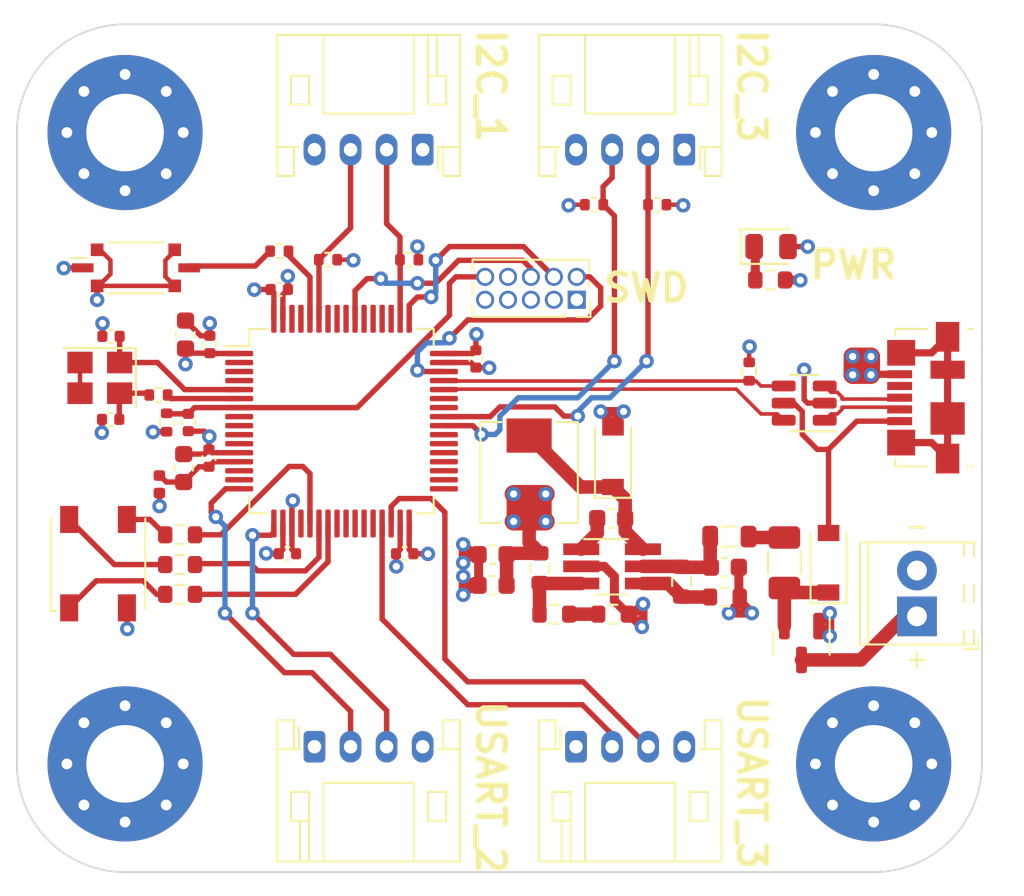
<source format=kicad_pcb>
(kicad_pcb (version 20211014) (generator pcbnew)
  (layers (0 "F.Cu" signal) (1 "In1.Cu" power) (2 "In2.Cu" power) (31 "B.Cu" signal) (34 "B.Paste" user) (35 "F.Paste" user) (36 "B.SilkS" user "B.Silkscreen") (37 "F.SilkS" user "F.Silkscreen") (38 "B.Mask" user) (39 "F.Mask" user) (44 "Edge.Cuts" user))
  (net 0 "")
  (net 1 "+3.3V")
  (net 2 "GND")
  (net 3 "+3.3VA")
  (net 4 "OSC_IN")
  (net 5 "Net-(C10-Pad2)")
  (net 6 "NRST")
  (net 7 "BC_SW")
  (net 8 "BC_BST")
  (net 9 "BC_IN")
  (net 10 "Net-(D1-Pad1)")
  (net 11 "Net-(D1-Pad3)")
  (net 12 "Net-(D1-Pad4)")
  (net 13 "Net-(D3-Pad1)")
  (net 14 "+5V")
  (net 15 "Net-(D4-Pad1)")
  (net 16 "+12V")
  (net 17 "Net-(F1-Pad2)")
  (net 18 "SWDIO")
  (net 19 "SWCLK")
  (net 20 "SWO")
  (net 23 "I2C1_SCL")
  (net 24 "I2C1_SDA")
  (net 25 "USART3_TX")
  (net 26 "USART3_RX")
  (net 27 "I2C3_SCL")
  (net 28 "I2C3_SDA")
  (net 29 "USART2_TX")
  (net 30 "USART2_RX")
  (net 32 "unconnected-(J7-Pad6)")
  (net 33 "Net-(R1-Pad1)")
  (net 34 "BOOT0")
  (net 35 "STATUS_LED_B")
  (net 36 "STATUS_LED_G")
  (net 37 "STATUS_LED_R")
  (net 38 "OSC_OUT")
  (net 39 "USB_D+")
  (net 40 "BC_EN")
  (net 41 "Net-(R15-Pad2)")
  (net 42 "Net-(R16-Pad2)")
  (net 67 "USB_D-")
  (net 77 "Net-(Y1-Pad2)")
  (net 78 "USB_D_CONN+")
  (net 79 "USB_D_CONN-")
  (footprint "Package_TO_SOT_SMD:TSOT-23-6_HandSoldering" (layer "F.Cu") (at 135 54.05)
    (fp_text reference "U3")
    (fp_text value "MP2359DJ")
  )
  (footprint "Resistor_SMD:R_0402_1005Metric" (layer "F.Cu") (at 137.5 34)
    (fp_text reference "R8")
    (fp_text value "2k2")
  )
  (footprint "Capacitor_SMD:C_0402_1005Metric" (layer "F.Cu") (at 107.2 45.9)
    (fp_text reference "C10")
    (fp_text value "12p")
  )
  (footprint "Capacitor_SMD:C_0402_1005Metric" (layer "F.Cu") (at 112.65 48.05 90)
    (fp_text reference "C5")
    (fp_text value "100n")
  )
  (footprint "Capacitor_SMD:C_0402_1005Metric" (layer "F.Cu") (at 116.55 38.7)
    (fp_text reference "C4")
    (fp_text value "100n")
  )
  (footprint "Capacitor_SMD:C_0402_1005Metric" (layer "F.Cu") (at 107.22 41.3 180)
    (fp_text reference "C8")
    (fp_text value "12p")
  )
  (footprint "LED_SMD:LED_0805_2012Metric" (layer "F.Cu") (at 143.814 36.322)
    (fp_text reference "D4")
    (fp_text value "GREEN")
  )
  (footprint "Inductor_SMD:L_Sunlord_MWSA0518_5.4x5.2mm" (layer "F.Cu") (at 130.4 48.85 -90)
    (fp_text reference "L2")
    (fp_text value "10u")
  )
  (footprint "MountingHole:MountingHole_4.3mm_M4_Pad_Via" (layer "F.Cu") (at 149.5 65)
    (fp_text reference "H1")
    (fp_text value "MountingHole_Pad")
  )
  (footprint "Resistor_SMD:R_0603_1608Metric" (layer "F.Cu") (at 143.764 38.172)
    (fp_text reference "R12")
    (fp_text value "1k5")
  )
  (footprint "Resistor_SMD:R_0402_1005Metric" (layer "F.Cu") (at 123.75 37.05)
    (fp_text reference "R3")
    (fp_text value "2k2")
  )
  (footprint "Resistor_SMD:R_0603_1608Metric" (layer "F.Cu") (at 135.05 56.7)
    (fp_text reference "R17")
    (fp_text value "270R")
  )
  (footprint "Capacitor_SMD:C_0603_1608Metric" (layer "F.Cu") (at 134.95 51.4 180)
    (fp_text reference "C12")
    (fp_text value "10n")
  )
  (footprint "Resistor_SMD:R_0603_1608Metric" (layer "F.Cu") (at 111.05 53.95 180)
    (fp_text reference "R5")
    (fp_text value "1k")
  )
  (footprint "Connector_JST:JST_PH_S4B-PH-K_1x04_P2.00mm_Horizontal" (layer "F.Cu") (at 124.5 30.95 180)
    (fp_text reference "J3")
    (fp_text value "Conn_01x04")
  )
  (footprint "Resistor_SMD:R_0402_1005Metric" (layer "F.Cu") (at 119.25 37.05)
    (fp_text reference "R2")
    (fp_text value "2k2")
  )
  (footprint "Resistor_SMD:R_0402_1005Metric" (layer "F.Cu") (at 116.55 36.576)
    (fp_text reference "R1")
    (fp_text value "10k")
  )
  (footprint "Resistor_SMD:R_0402_1005Metric" (layer "F.Cu") (at 109.85 44.55 180)
    (fp_text reference "R9")
    (fp_text value "R_Small")
  )
  (footprint "Crystal:Crystal_SMD_3225-4Pin_3.2x2.5mm" (layer "F.Cu") (at 106.6 43.6 180)
    (fp_text reference "Y1")
    (fp_text value "16MHz")
  )
  (footprint "Resistor_SMD:R_0402_1005Metric" (layer "F.Cu") (at 142.6 43.25 -90)
    (fp_text reference "R11")
    (fp_text value "1k5")
  )
  (footprint "Capacitor_SMD:C_0603_1608Metric" (layer "F.Cu") (at 111.35 41.2 90)
    (fp_text reference "C1")
    (fp_text value "10u")
  )
  (footprint "Capacitor_SMD:C_0603_1608Metric" (layer "F.Cu") (at 141.25 54.1)
    (fp_text reference "C15")
    (fp_text value "10u")
  )
  (footprint "Capacitor_SMD:C_0603_1608Metric" (layer "F.Cu") (at 128.375 53.4)
    (fp_text reference "C14")
    (fp_text value "10u")
  )
  (footprint "Capacitor_SMD:C_0402_1005Metric" (layer "F.Cu") (at 123.5 53.35 180)
    (fp_text reference "C2")
    (fp_text value "100n")
  )
  (footprint "Capacitor_SMD:C_0402_1005Metric" (layer "F.Cu") (at 111.505476 46.075057 -90)
    (fp_text reference "C11")
    (fp_text value "100n")
  )
  (footprint "Package_TO_SOT_SMD:SOT-23" (layer "F.Cu") (at 145.5 58.3 -90)
    (fp_text reference "Q1")
    (fp_text value "AO3401A")
  )
  (footprint "Resistor_SMD:R_0603_1608Metric" (layer "F.Cu") (at 131.8 56.7)
    (fp_text reference "R16")
    (fp_text value "15k")
  )
  (footprint "Connector_JST:JST_PH_S4B-PH-K_1x04_P2.00mm_Horizontal" (layer "F.Cu") (at 118.5 64.05)
    (fp_text reference "J6")
    (fp_text value "Conn_01x04")
  )
  (footprint "Package_QFP:LQFP-64_10x10mm_P0.5mm" (layer "F.Cu") (at 120 46)
    (fp_text reference "U1")
    (fp_text value "STM32F303RETx")
  )
  (footprint "LED_SMD:LED_Inolux_IN-PI554FCH_PLCC4_5.0x5.0mm_P3.2mm" (layer "F.Cu") (at 106.5 53.9 90)
    (fp_text reference "D1")
    (fp_text value "LED_BKRG")
  )
  (footprint "Capacitor_SMD:C_0402_1005Metric" (layer "F.Cu") (at 112.7 41.75 90)
    (fp_text reference "C9")
    (fp_text value "100n")
  )
  (footprint "Resistor_SMD:R_0603_1608Metric" (layer "F.Cu") (at 141.25 55.75)
    (fp_text reference "R14")
    (fp_text value "68k")
  )
  (footprint "Resistor_SMD:R_0603_1608Metric" (layer "F.Cu") (at 111.05 52.3 180)
    (fp_text reference "R6")
    (fp_text value "1k5")
  )
  (footprint "Capacitor_SMD:C_0603_1608Metric" (layer "F.Cu") (at 111.25 48.6 90)
    (fp_text reference "C3")
    (fp_text value "1u")
  )
  (footprint "Resistor_SMD:R_0603_1608Metric" (layer "F.Cu") (at 138.85 54.9 -90)
    (fp_text reference "R13")
    (fp_text value "100k")
  )
  (footprint "Diode_SMD:D_SOD-123" (layer "F.Cu") (at 135.05 48 90)
    (fp_text reference "D2")
    (fp_text value "B5819W")
  )
  (footprint "MountingHole:MountingHole_4.3mm_M4_Pad_Via" (layer "F.Cu") (at 108 30)
    (fp_text reference "H2")
    (fp_text value "MountingHole_Pad")
  )
  (footprint "Diode_SMD:D_SOD-123" (layer "F.Cu") (at 147 53.85 90)
    (fp_text reference "D3")
    (fp_text value "B5819W")
  )
  (footprint "Inductor_SMD:L_0805_2012Metric" (layer "F.Cu") (at 141.5 52.4 180)
    (fp_text reference "FB1")
    (fp_text value "600R 600MHz")
  )
  (footprint "Capacitor_SMD:C_0402_1005Metric" (layer "F.Cu") (at 127.45 42.55 -90)
    (fp_text reference "C7")
    (fp_text value "100n")
  )
  (footprint "Resistor_SMD:R_0402_1005Metric" (layer "F.Cu") (at 134 34 180)
    (fp_text reference "R7")
    (fp_text value "2k2")
  )
  (footprint "Capacitor_SMD:C_0402_1005Metric" (layer "F.Cu") (at 117 53.35 180)
    (fp_text reference "C6")
    (fp_text value "100n")
  )
  (footprint "Resistor_SMD:R_0603_1608Metric" (layer "F.Cu") (at 131 54.15 -90)
    (fp_text reference "R15")
    (fp_text value "47k")
  )
  (footprint "TerminalBlock_Phoenix:TerminalBlock_Phoenix_MPT-0,5-2-2.54_1x02_P2.54mm_Horizontal" (layer "F.Cu") (at 151.9 56.82 90)
    (fp_text reference "J1")
    (fp_text value "Screw_Terminal_01x02")
  )
  (footprint "Capacitor_SMD:C_0603_1608Metric" (layer "F.Cu") (at 128.375 55.1)
    (fp_text reference "C13")
    (fp_text value "10u")
  )
  (footprint "Package_TO_SOT_SMD:SOT-23-6" (layer "F.Cu") (at 145.65 45 180)
    (fp_text reference "U2")
    (fp_text value "USBLC6-2SC6")
  )
  (footprint "Connector_USB:USB_Micro-B_Molex_47346-0001" (layer "F.Cu") (at 152.4 44.7 90)
    (fp_text reference "J7")
    (fp_text value "USB_B_Micro")
  )
  (footprint "Resistor_SMD:R_0402_1005Metric" (layer "F.Cu") (at 110.305476 46.075057 -90)
    (fp_text reference "R10")
    (fp_text value "10k")
  )
  (footprint "MountingHole:MountingHole_4.3mm_M4_Pad_Via" (layer "F.Cu") (at 149.5 30)
    (fp_text reference "H4")
    (fp_text value "MountingHole_Pad")
  )
  (footprint "Connector_JST:JST_PH_S4B-PH-K_1x04_P2.00mm_Horizontal" (layer "F.Cu") (at 139 30.95 180)
    (fp_text reference "J5")
    (fp_text value "Conn_01x04")
  )
  (footprint "Fuse:Fuse_1206_3216Metric" (layer "F.Cu") (at 144.55 53.85 90)
    (fp_text reference "F1")
    (fp_text value "250mA")
  )
  (footprint "Connector_JST:JST_PH_S4B-PH-K_1x04_P2.00mm_Horizontal" (layer "F.Cu") (at 133 64.05)
    (fp_text reference "J4")
    (fp_text value "Conn_01x04")
  )
  (footprint "MountingHole:MountingHole_4.3mm_M4_Pad_Via" (layer "F.Cu") (at 108 65)
    (fp_text reference "H3")
    (fp_text value "MountingHole_Pad")
  )
  (footprint "Inductor_SMD:L_0402_1005Metric" (layer "F.Cu") (at 109.9 49.5 90)
    (fp_text reference "L1")
    (fp_text value "27n")
  )
  (footprint "Button_Switch_SMD:SW_DIP_SPSTx01_Slide_Copal_CVS-01xB_W5.9mm_P1mm" (layer "F.Cu") (at 108.6 37.5)
    (fp_text reference "SW1")
    (fp_text value "SW_SPDT")
  )
  (footprint "Connector_PinSocket_1.27mm:PinSocket_2x05_P1.27mm_Vertical" (layer "F.Cu") (at 133.04 39.27 -90)
    (fp_text reference "J2")
    (fp_text value "Conn_02x05_Odd_Even")
  )
  (footprint "Resistor_SMD:R_0603_1608Metric" (layer "F.Cu") (at 111.05 55.6 180)
    (fp_text reference "R4")
    (fp_text value "820R")
  )
  (gr_arc (start 155.5 65) (mid 153.742641 69.242641) (end 149.5 71) (layer "Edge.Cuts") (width 0.1))
  (gr_line (start 155.5 42) (end 155.5 65) (layer "Edge.Cuts") (width 0.1))
  (gr_line (start 108 24) (end 149.5 24) (layer "Edge.Cuts") (width 0.1))
  (gr_line (start 149.5 71) (end 108 71) (layer "Edge.Cuts") (width 0.1))
  (gr_line (start 155.5 42) (end 155.5 30) (layer "Edge.Cuts") (width 0.1))
  (gr_line (start 102 65) (end 102 30) (layer "Edge.Cuts") (width 0.1))
  (gr_arc (start 102 30) (mid 103.757359 25.757359) (end 108 24) (layer "Edge.Cuts") (width 0.1))
  (gr_arc (start 149.5 24) (mid 153.742641 25.757359) (end 155.5 30) (layer "Edge.Cuts") (width 0.1))
  (gr_arc (start 108 71) (mid 103.757359 69.242641) (end 102 65) (layer "Edge.Cuts") (width 0.1))
  (gr_text "-" (at 151.892 51.816) (layer "F.SilkS") (effects (font (size 1 1))))
  (gr_text "I2C_1" (at 128.27 27.432 270) (layer "F.SilkS") (effects (font (size 1.5 1.5) (thickness 0.3))))
  (gr_text "PWR\n" (at 148.386 37.338) (layer "F.SilkS") (effects (font (size 1.5 1.5) (thickness 0.3))))
  (gr_text "I2C_3" (at 142.748 27.432 270) (layer "F.SilkS") (effects (font (size 1.5 1.5) (thickness 0.3))))
  (gr_text "USART_3" (at 142.748 66.04 270) (layer "F.SilkS") (effects (font (size 1.5 1.5) (thickness 0.3))))
  (gr_text "+" (at 151.892 59.182) (layer "F.SilkS") (effects (font (size 1 1))))
  (gr_text "USART_2" (at 128.27 66.294 270) (layer "F.SilkS") (effects (font (size 1.5 1.5) (thickness 0.3))))
  (gr_text "SWD" (at 136.906 38.608) (layer "F.SilkS") (effects (font (size 1.5 1.5) (thickness 0.3))))
  (segment (start 111.35 41.975) (end 111.35 42.84215) (width 0.3) (layer "F.Cu") (net 1))
  (segment (start 131 53.325) (end 129.225 53.325) (width 0.75) (layer "F.Cu") (net 1))
  (segment (start 117.25 51.675) (end 117.25 50.450334) (width 0.3) (layer "F.Cu") (net 1))
  (segment (start 112.7 42.23) (end 111.605 42.23) (width 0.3) (layer "F.Cu") (net 1))
  (segment (start 109.9 50.698977) (end 109.91026 50.709237) (width 0.3) (layer "F.Cu") (net 1))
  (segment (start 123.98 53.35) (end 124.780038 53.35) (width 0.3) (layer "F.Cu") (net 1))
  (segment (start 133.49 34) (end 132.624 34) (width 0.25) (layer "F.Cu") (net 1))
  (segment (start 127.45 41.206653) (end 127.477973 41.17868) (width 0.3) (layer "F.Cu") (net 1))
  (segment (start 144.7515 36.322) (end 145.846 36.322) (width 0.3) (layer "F.Cu") (net 1))
  (segment (start 116.07 38.7) (end 115.173405 38.7) (width 0.3) (layer "F.Cu") (net 1))
  (segment (start 124.206 36.322) (end 124.206 36.996) (width 0.25) (layer "F.Cu") (net 1))
  (segment (start 117.25 53.12) (end 117.48 53.35) (width 0.3) (layer "F.Cu") (net 1))
  (segment (start 109.9 49.985) (end 109.9 50.698977) (width 0.3) (layer "F.Cu") (net 1))
  (segment (start 109.562928 46.585057) (end 109.547161 46.600824) (width 0.3) (layer "F.Cu") (net 1))
  (segment (start 104.614895 37.5) (end 104.598465 37.51643) (width 0.3) (layer "F.Cu") (net 1))
  (segment (start 142.6 41.887119) (end 142.619457 41.867662) (width 0.25) (layer "F.Cu") (net 1))
  (segment (start 124.780038 53.35) (end 124.788681 53.358643) (width 0.3) (layer "F.Cu") (net 1))
  (segment (start 114.325 42.25) (end 112.72 42.25) (width 0.3) (layer "F.Cu") (net 1))
  (segment (start 119.76 37.05) (end 120.624507 37.05) (width 0.25) (layer "F.Cu") (net 1))
  (segment (start 138.01 34) (end 138.902 34) (width 0.25) (layer "F.Cu") (net 1))
  (segment (start 123.75 53.12) (end 123.98 53.35) (width 0.3) (layer "F.Cu") (net 1))
  (segment (start 138.902 34) (end 138.938 34.036) (width 0.25) (layer "F.Cu") (net 1))
  (segment (start 130.4 52.725) (end 131 53.325) (width 0.75) (layer "F.Cu") (net 1))
  (segment (start 129.1375 55.1125) (end 129.15 55.1) (width 0.75) (layer "F.Cu") (net 1))
  (segment (start 125.675 42.25) (end 127.27 42.25) (width 0.3) (layer "F.Cu") (net 1))
  (segment (start 117.25 51.675) (end 117.25 53.12) (width 0.3) (layer "F.Cu") (net 1))
  (segment (start 110.305476 46.585057) (end 109.562928 46.585057) (width 0.3) (layer "F.Cu") (net 1))
  (segment (start 130.4 50.9) (end 130.4 52.725) (width 0.75) (layer "F.Cu") (net 1))
  (segment (start 120.624507 37.05) (end 120.655233 37.080726) (width 0.25) (layer "F.Cu") (net 1))
  (segment (start 111.35 42.84215) (end 111.348098 42.844052) (width 0.3) (layer "F.Cu") (net 1))
  (segment (start 105.65 37.5) (end 104.614895 37.5) (width 0.3) (layer "F.Cu") (net 1))
  (segment (start 127.45 42.07) (end 127.45 41.206653) (width 0.3) (layer "F.Cu") (net 1))
  (segment (start 142.6 42.74) (end 142.6 41.887119) (width 0.25) (layer "F.Cu") (net 1))
  (segment (start 127.27 42.25) (end 127.45 42.07) (width 0.3) (layer "F.Cu") (net 1))
  (segment (start 129.54 50.038) (end 131.318 50.038) (width 1) (layer "F.Cu") (net 1))
  (segment (start 117.25 50.450334) (end 117.295733 50.404601) (width 0.3) (layer "F.Cu") (net 1))
  (segment (start 123.75 51.675) (end 123.75 53.12) (width 0.3) (layer "F.Cu") (net 1))
  (segment (start 116.25 38.88) (end 116.07 38.7) (width 0.3) (layer "F.Cu") (net 1))
  (segment (start 129.225 53.325) (end 129.15 53.4) (width 0.75) (layer "F.Cu") (net 1))
  (segment (start 124.206 36.996) (end 124.26 37.05) (width 0.25) (layer "F.Cu") (net 1))
  (segment (start 115.173405 38.7) (end 115.164066 38.709339) (width 0.3) (layer "F.Cu") (net 1))
  (segment (start 129.15 53.4) (end 129.15 55.1) (width 0.75) (layer "F.Cu") (net 1))
  (segment (start 111.605 42.23) (end 111.35 41.975) (width 0.3) (layer "F.Cu") (net 1))
  (segment (start 116.25 40.325) (end 116.25 38.88) (width 0.3) (layer "F.Cu") (net 1))
  (segment (start 132.624 34) (end 132.588 34.036) (width 0.25) (layer "F.Cu") (net 1))
  (segment (start 129.54 51.562) (end 131.318 51.562) (width 1) (layer "F.Cu") (net 1))
  (via (at 115.164066 38.709339) (size 0.8) (drill 0.4) (layers "F.Cu" "B.Cu") (net 1))
  (via (at 109.91026 50.709237) (size 0.8) (drill 0.4) (layers "F.Cu" "B.Cu") (net 1))
  (via (at 120.655233 37.080726) (size 0.8) (drill 0.4) (layers "F.Cu" "B.Cu") (net 1))
  (via (at 124.788681 53.358643) (size 0.8) (drill 0.4) (layers "F.Cu" "B.Cu") (net 1))
  (via (at 131.318 50.038) (size 0.8) (drill 0.4) (layers "F.Cu" "B.Cu") (net 1))
  (via (at 124.206 36.322) (size 0.8) (drill 0.4) (layers "F.Cu" "B.Cu") (net 1))
  (via (at 145.846 36.322) (size 0.8) (drill 0.4) (layers "F.Cu" "B.Cu") (net 1))
  (via (at 132.588 34.036) (size 0.8) (drill 0.4) (layers "F.Cu" "B.Cu") (net 1))
  (via (at 117.295733 50.404601) (size 0.8) (drill 0.4) (layers "F.Cu" "B.Cu") (net 1))
  (via (at 142.619457 41.867662) (size 0.8) (drill 0.4) (layers "F.Cu" "B.Cu") (net 1))
  (via (at 129.54 51.562) (size 0.8) (drill 0.4) (layers "F.Cu" "B.Cu") (net 1))
  (via (at 127.477973 41.17868) (size 0.8) (drill 0.4) (layers "F.Cu" "B.Cu") (net 1))
  (via (at 111.348098 42.844052) (size 0.8) (drill 0.4) (layers "F.Cu" "B.Cu") (net 1))
  (via (at 131.318 51.562) (size 0.8) (drill 0.4) (layers "F.Cu" "B.Cu") (net 1))
  (via (at 109.547161 46.600824) (size 0.8) (drill 0.4) (layers "F.Cu" "B.Cu") (net 1))
  (via (at 129.54 50.038) (size 0.8) (drill 0.4) (layers "F.Cu" "B.Cu") (net 1))
  (via (at 138.938 34.036) (size 0.8) (drill 0.4) (layers "F.Cu" "B.Cu") (net 1))
  (via (at 104.598465 37.51643) (size 0.8) (drill 0.4) (layers "F.Cu" "B.Cu") (net 1))
  (segment (start 110.236 37.986) (end 110.75 38.5) (width 0.25) (layer "F.Cu") (net 2))
  (segment (start 112.374974 46.555057) (end 112.670783 46.850866) (width 0.3) (layer "F.Cu") (net 2))
  (segment (start 142.025 54.1) (end 142.025 55.7) (width 0.5) (layer "F.Cu") (net 2))
  (segment (start 106.45 38.5) (end 106.45 39.276162) (width 0.3) (layer "F.Cu") (net 2))
  (segment (start 148.336 42.418) (end 148.336 43.434) (width 1) (layer "F.Cu") (net 2))
  (segment (start 115.83859 53.35) (end 115.821245 53.332655) (width 0.3) (layer "F.Cu") (net 2))
  (segment (start 125.675 42.75) (end 127.17 42.75) (width 0.3) (layer "F.Cu") (net 2))
  (segment (start 116.75 40.325) (end 116.75 38.98) (width 0.3) (layer "F.Cu") (net 2))
  (segment (start 136.71418 57.34182) (end 136.652 57.404) (width 0.5) (layer "F.Cu") (net 2))
  (segment (start 106.45 36.5) (end 106.604 36.5) (width 0.25) (layer "F.Cu") (net 2))
  (segment (start 149.352 42.418) (end 149.352 43.434) (width 1) (layer "F.Cu") (net 2))
  (segment (start 127.272 55.1) (end 126.746 55.626) (width 0.5) (layer "F.Cu") (net 2))
  (segment (start 148.336 43.434) (end 149.352 43.434) (width 1) (layer "F.Cu") (net 2))
  (segment (start 106.45 39.276162) (end 106.449796 39.276366) (width 0.3) (layer "F.Cu") (net 2))
  (segment (start 117.03 37.972527) (end 117.021151 37.963678) (width 0.3) (layer "F.Cu") (net 2))
  (segment (start 123.25 53.12) (end 123.02 53.35) (width 0.3) (layer "F.Cu") (net 2))
  (segment (start 126.746 52.832) (end 126.746 53.848) (width 0.5) (layer "F.Cu") (net 2))
  (segment (start 112.83 47.75) (end 112.65 47.57) (width 0.3) (layer "F.Cu") (net 2))
  (segment (start 134.568 54.05) (end 135.128 54.61) (width 0.5) (layer "F.Cu") (net 2))
  (segment (start 149.386 43.4) (end 149.352 43.434) (width 0.4) (layer "F.Cu") (net 2))
  (segment (start 114.325 47.75) (end 112.83 47.75) (width 0.3) (layer "F.Cu") (net 2))
  (segment (start 136.71418 56.134) (end 136.71418 57.34182) (width 0.5) (layer "F.Cu") (net 2))
  (segment (start 106.74 41.3) (end 106.74 40.587318) (width 0.3) (layer "F.Cu") (net 2))
  (segment (start 112.65 47.57) (end 112.65 46.871649) (width 0.3) (layer "F.Cu") (net 2))
  (segment (start 135.128 55.953) (end 135.875 56.7) (width 0.5) (layer "F.Cu") (net 2))
  (segment (start 111.25 47.825) (end 112.395 47.825) (width 0.3) (layer "F.Cu") (net 2))
  (segment (start 112.7 41.27) (end 112.195 41.27) (width 0.3) (layer "F.Cu") (net 2))
  (segment (start 116.75 53.12) (end 116.52 53.35) (width 0.3) (layer "F.Cu") (net 2))
  (segment (start 127.17 42.75) (end 127.45 43.03) (width 0.3) (layer "F.Cu") (net 2))
  (segment (start 107.188 37.846) (end 106.534 38.5) (width 0.25) (layer "F.Cu") (net 2))
  (segment (start 135.05 46.15) (end 134.366 45.466) (width 0.5) (layer "F.Cu") (net 2))
  (segment (start 106.72 45.9) (end 106.72 46.629452) (width 0.3) (layer "F.Cu") (net 2))
  (segment (start 106.534 38.5) (end 106.45 38.5) (width 0.25) (layer "F.Cu") (net 2))
  (segment (start 107.188 37.084) (end 107.188 37.846) (width 0.25) (layer "F.Cu") (net 2))
  (segment (start 150.94 43.4) (end 149.386 43.4) (width 0.4) (layer "F.Cu") (net 2))
  (segment (start 142.075 56.045) (end 141.478 56.642) (width 0.5) (layer "F.Cu") (net 2))
  (segment (start 147.066 56.642) (end 146.45 57.258) (width 0.5) (layer "F.Cu") (net 2))
  (segment (start 110.75 36.5) (end 110.75 36.57) (width 0.25) (layer "F.Cu") (net 2))
  (segment (start 123.035395 54.055302) (end 123.035395 53.365395) (width 0.3) (layer "F.Cu") (net 2))
  (segment (start 127.236 55.1) (end 126.746 54.61) (width 0.5) (layer "F.Cu") (net 2))
  (segment (start 135.128 54.61) (end 135.128 55.953) (width 0.5) (layer "F.Cu") (net 2))
  (segment (start 116.52 53.35) (end 115.83859 53.35) (width 0.3) (layer "F.Cu") (net 2))
  (segment (start 106.45 38.5) (end 110.75 38.5) (width 0.25) (layer "F.Cu") (net 2))
  (segment (start 116.75 51.675) (end 116.75 53.12) (width 0.3) (layer "F.Cu") (net 2))
  (segment (start 148.336 42.418) (end 149.352 42.418) (width 1) (layer "F.Cu") (net 2))
  (segment (start 106.604 36.5) (end 107.188 37.084) (width 0.25) (layer "F.Cu") (net 2))
  (segment (start 126.746 54.61) (end 126.746 55.626) (width 0.5) (layer "F.Cu") (net 2))
  (segment (start 141.478 56.642) (end 142.748 56.642) (width 0.5) (layer "F.Cu") (net 2))
  (segment (start 127.194 53.4) (end 126.746 53.848) (width 0.5) (layer "F.Cu") (net 2))
  (segment (start 112.65 46.871649) (end 112.670783 46.850866) (width 0.3) (layer "F.Cu") (net 2))
  (segment (start 135.636 45.466) (end 135.05 46.052) (width 0.5) (layer "F.Cu") (net 2))
  (segment (start 144.589 38.172) (end 145.419351 38.172) (width 0.5) (layer "F.Cu") (net 2))
  (segment (start 128.169922 43.03) (end 128.181596 43.041674) (width 0.3) (layer "F.Cu") (net 2))
  (segment (start 111.505476 46.555057) (end 112.374974 46.555057) (width 0.3) (layer "F.Cu") (net 2))
  (segment (start 112.694717 41.264717) (end 112.7 41.27) (width 0.3) (layer "F.Cu") (net 2))
  (segment (start 112.195 41.27) (end 111.35 40.425) (width 0.3) (layer "F.Cu") (net 2))
  (segment (start 127.45 43.03) (end 128.169922 43.03) (width 0.3) (layer "F.Cu") (net 2))
  (segment (start 123.25 51.675) (end 123.25 53.12) (width 0.3) (layer "F.Cu") (net 2))
  (segment (start 147.066 56.642) (end 147.066 57.912) (width 0.5) (layer "F.Cu") (net 2))
  (segment (start 135.948 56.7) (end 136.652 57.404) (width 0.5) (layer "F.Cu") (net 2))
  (segment (start 127.314 53.4) (end 126.746 52.832) (width 0.5) (layer "F.Cu") (net 2))
  (segment (start 110.75 36.57) (end 110.236 37.084) (width 0.25) (layer "F.Cu") (net 2))
  (segment (start 110.236 37.084) (end 110.236 37.986) (width 0.25) (layer "F.Cu") (net 2))
  (segment (start 146.7875 45) (end 145.838 45) (width 0.3) (layer "F.Cu") (net 2))
  (segment (start 106.74 40.587318) (end 106.748083 40.579235) (width 0.3) (layer "F.Cu") (net 2))
  (segment (start 136.71418 56.134) (end 136.14818 56.7) (width 0.5) (layer "F.Cu") (net 2))
  (segment (start 112.694717 40.573295) (end 112.694717 41.264717) (width 0.3) (layer "F.Cu") (net 2))
  (segment (start 112.395 47.825) (end 112.65 47.57) (width 0.3) (layer "F.Cu") (net 2))
  (segment (start 123.035395 53.365395) (end 123.02 53.35) (width 0.3) (layer "F.Cu") (net 2))
  (segment (start 133.29 54.05) (end 134.568 54.05) (width 0.5) (layer "F.Cu") (net 2))
  (segment (start 106.72 46.629452) (end 106.712111 46.637341) (width 0.3) (layer "F.Cu") (net 2))
  (segment (start 147.066 57.912) (end 146.5165 57.3625) (width 0.5) (layer "F.Cu") (net 2))
  (segment (start 145.645541 43.15095) (end 145.645541 44.807541) (width 0.3) (layer "F.Cu") (net 2))
  (segment (start 127.6 53.4) (end 127.6 55.1) (width 0.5) (layer "F.Cu") (net 2))
  (segment (start 108.1 56.35) (end 108.1 57.495011) (width 0.3) (layer "F.Cu") (net 2))
  (segment (start 145.419351 38.172) (end 145.436796 38.189445) (width 0.5) (layer "F.Cu") (net 2))
  (segment (start 134.366 45.466) (end 135.636 45.466) (width 0.5) (layer "F.Cu") (net 2))
  (segment (start 117.03 38.7) (end 117.03 37.972527) (width 0.3) (layer "F.Cu") (net 2))
  (segment (start 116.75 38.98) (end 117.03 38.7) (width 0.3) (layer "F.Cu") (net 2))
  (segment (start 142.075 55.969) (end 142.748 56.642) (width 0.5) (layer "F.Cu") (net 2))
  (segment (start 145.645541 44.807541) (end 145.838 45) (width 0.3) (layer "F.Cu") (net 2))
  (segment (start 108.1 57.495011) (end 108.124005 57.519016) (width 0.3) (layer "F.Cu") (net 2))
  (via (at 148.336 43.434) (size 0.8) (drill 0.4) (layers "F.Cu" "B.Cu") (net 2))
  (via (at 112.670783 46.850866) (size 0.8) (drill 0.4) (layers "F.Cu" "B.Cu") (net 2))
  (via (at 123.035395 54.055302) (size 0.8) (drill 0.4) (layers "F.Cu" "B.Cu") (net 2))
  (via (at 117.021151 37.963678) (size 0.8) (drill 0.4) (layers "F.Cu" "B.Cu") (net 2))
  (via (at 112.694717 40.573295) (size 0.8) (drill 0.4) (layers "F.Cu" "B.Cu") (net 2))
  (via (at 145.436796 38.189445) (size 0.8) (drill 0.4) (layers "F.Cu" "B.Cu") (net 2))
  (via (at 106.712111 46.637341) (size 0.8) (drill 0.4) (layers "F.Cu" "B.Cu") (net 2))
  (via (at 128.181596 43.041674) (size 0.8) (drill 0.4) (layers "F.Cu" "B.Cu") (net 2))
  (via (at 134.366 45.466) (size 0.8) (drill 0.4) (layers "F.Cu" "B.Cu") (net 2))
  (via (at 126.746 52.832) (size 0.8) (drill 0.4) (layers "F.Cu" "B.Cu") (net 2))
  (via (at 149.352 43.434) (size 0.8) (drill 0.4) (layers "F.Cu" "B.Cu") (net 2))
  (via (at 147.066 57.912) (size 0.8) (drill 0.4) (layers "F.Cu" "B.Cu") (net 2))
  (via (at 115.821245 53.332655) (size 0.8) (drill 0.4) (layers "F.Cu" "B.Cu") (net 2))
  (via (at 126.746 55.626) (size 0.8) (drill 0.4) (layers "F.Cu" "B.Cu") (net 2))
  (via (at 149.352 42.418) (size 0.8) (drill 0.4) (layers "F.Cu" "B.Cu") (net 2))
  (via (at 108.124005 57.519016) (size 0.8) (drill 0.4) (layers "F.Cu" "B.Cu") (net 2))
  (via (at 136.71418 56.134) (size 0.8) (drill 0.4) (layers "F.Cu" "B.Cu") (net 2))
  (via (at 106.748083 40.579235) (size 0.8) (drill 0.4) (layers "F.Cu" "B.Cu") (net 2))
  (via (at 145.645541 43.15095) (size 0.8) (drill 0.4) (layers "F.Cu" "B.Cu") (net 2))
  (via (at 141.478 56.642) (size 0.8) (drill 0.4) (layers "F.Cu" "B.Cu") (net 2))
  (via (at 136.652 57.404) (size 0.8) (drill 0.4) (layers "F.Cu" "B.Cu") (net 2))
  (via (at 126.746 54.61) (size 0.8) (drill 0.4) (layers "F.Cu" "B.Cu") (net 2))
  (via (at 135.636 45.466) (size 0.8) (drill 0.4) (layers "F.Cu" "B.Cu") (net 2))
  (via (at 148.336 42.418) (size 0.8) (drill 0.4) (layers "F.Cu" "B.Cu") (net 2))
  (via (at 126.746 53.848) (size 0.8) (drill 0.4) (layers "F.Cu" "B.Cu") (net 2))
  (via (at 142.748 56.642) (size 0.8) (drill 0.4) (layers "F.Cu" "B.Cu") (net 2))
  (via (at 147.066 56.642) (size 0.8) (drill 0.4) (layers "F.Cu" "B.Cu") (net 2))
  (via (at 106.449796 39.276366) (size 0.8) (drill 0.4) (layers "F.Cu" "B.Cu") (net 2))
  (segment (start 110.29 49.375) (end 109.9 48.985) (width 0.3) (layer "F.Cu") (net 3))
  (segment (start 111.25 49.375) (end 110.29 49.375) (width 0.3) (layer "F.Cu") (net 3))
  (segment (start 114.325 48.25) (end 112.93 48.25) (width 0.3) (layer "F.Cu") (net 3))
  (segment (start 112.095 48.53) (end 111.25 49.375) (width 0.3) (layer "F.Cu") (net 3))
  (segment (start 112.93 48.25) (end 112.65 48.53) (width 0.3) (layer "F.Cu") (net 3))
  (segment (start 112.65 48.53) (end 112.095 48.53) (width 0.3) (layer "F.Cu") (net 3))
  (segment (start 107.7 41.3) (end 107.7 42.75) (width 0.3) (layer "F.Cu") (net 4))
  (segment (start 111.3 44.25) (end 114.325 44.25) (width 0.3) (layer "F.Cu") (net 4))
  (segment (start 107.7 42.75) (end 109.8 42.75) (width 0.3) (layer "F.Cu") (net 4))
  (segment (start 109.8 42.75) (end 111.3 44.25) (width 0.3) (layer "F.Cu") (net 4))
  (segment (start 107.68 45.9) (end 107.68 44.47) (width 0.3) (layer "F.Cu") (net 5))
  (segment (start 107.68 44.47) (end 107.7 44.45) (width 0.3) (layer "F.Cu") (net 5))
  (segment (start 107.7 44.45) (end 109.24 44.45) (width 0.3) (layer "F.Cu") (net 5))
  (segment (start 109.24 44.45) (end 109.34 44.55) (width 0.3) (layer "F.Cu") (net 5))
  (segment (start 126.338 38) (end 127.96 38) (width 0.3) (layer "F.Cu") (net 6))
  (segment (start 114.325 45.25) (end 111.850533 45.25) (width 0.3) (layer "F.Cu") (net 6))
  (segment (start 125.984 38.354) (end 126.338 38) (width 0.3) (layer "F.Cu") (net 6))
  (segment (start 120.866 45.25) (end 125.984 40.132) (width 0.3) (layer "F.Cu") (net 6))
  (segment (start 125.984 40.132) (end 125.984 38.354) (width 0.3) (layer "F.Cu") (net 6))
  (segment (start 110.335476 45.595057) (end 110.305476 45.565057) (width 0.3) (layer "F.Cu") (net 6))
  (segment (start 111.850533 45.25) (end 111.505476 45.595057) (width 0.3) (layer "F.Cu") (net 6))
  (segment (start 114.325 45.25) (end 120.866 45.25) (width 0.3) (layer "F.Cu") (net 6))
  (segment (start 111.505476 45.595057) (end 110.335476 45.595057) (width 0.3) (layer "F.Cu") (net 6))
  (segment (start 135.05 49.65) (end 135.725 50.325) (width 0.75) (layer "F.Cu") (net 7))
  (segment (start 130.4 46.8) (end 133.25 49.65) (width 0.75) (layer "F.Cu") (net 7))
  (segment (start 135.725 50.325) (end 135.725 51.4) (width 0.75) (layer "F.Cu") (net 7))
  (segment (start 135.725 51.4) (end 135.725 52.115) (width 0.75) (layer "F.Cu") (net 7))
  (segment (start 133.25 49.65) (end 135.05 49.65) (width 0.75) (layer "F.Cu") (net 7))
  (segment (start 135.725 52.115) (end 136.71 53.1) (width 0.75) (layer "F.Cu") (net 7))
  (segment (start 134.175 51.4) (end 134.175 52.215) (width 0.75) (layer "F.Cu") (net 8))
  (segment (start 134.175 52.215) (end 133.29 53.1) (width 0.75) (layer "F.Cu") (net 8))
  (segment (start 140.475 54.1) (end 140.45 54.075) (width 0.5) (layer "F.Cu") (net 9))
  (segment (start 136.71 54.05) (end 138.825 54.05) (width 0.75) (layer "F.Cu") (net 9))
  (segment (start 140.4375 52.4) (end 140.4375 54.0625) (width 0.75) (layer "F.Cu") (net 9))
  (segment (start 140.4375 54.0625) (end 140.475 54.1) (width 0.75) (layer "F.Cu") (net 9))
  (segment (start 140.475 54.1) (end 138.875 54.1) (width 0.75) (layer "F.Cu") (net 9))
  (segment (start 138.825 54.05) (end 138.85 54.075) (width 0.75) (layer "F.Cu") (net 9))
  (segment (start 109 54.85) (end 106.4 54.85) (width 0.3) (layer "F.Cu") (net 10))
  (segment (start 106.4 54.85) (end 104.9 56.35) (width 0.3) (layer "F.Cu") (net 10))
  (segment (start 110.225 55.6) (end 109.75 55.6) (width 0.3) (layer "F.Cu") (net 10))
  (segment (start 109.75 55.6) (end 109 54.85) (width 0.3) (layer "F.Cu") (net 10))
  (segment (start 108.1 51.45) (end 109.375 51.45) (width 0.3) (layer "F.Cu") (net 11))
  (segment (start 109.375 51.45) (end 110.225 52.3) (width 0.3) (layer "F.Cu") (net 11))
  (segment (start 107.4 53.95) (end 104.9 51.45) (width 0.3) (layer "F.Cu") (net 12))
  (segment (start 110.225 53.95) (end 107.4 53.95) (width 0.3) (layer "F.Cu") (net 12))
  (segment (start 147 55.5) (end 144.8 55.5) (width 0.75) (layer "F.Cu") (net 13))
  (segment (start 144.55 57.3625) (end 144.55 55.25) (width 0.75) (layer "F.Cu") (net 13))
  (segment (start 144.8 55.5) (end 144.55 55.25) (width 0.75) (layer "F.Cu") (net 13))
  (segment (start 150.94 46) (end 148.564 46) (width 0.3) (layer "F.Cu") (net 14))
  (segment (start 145.076 45) (end 145.542 45.466) (width 0.3) (layer "F.Cu") (net 14))
  (segment (start 147 47.564) (end 147 52.2) (width 0.3) (layer "F.Cu") (net 14))
  (segment (start 144.5125 45) (end 145.076 45) (width 0.3) (layer "F.Cu") (net 14))
  (segment (start 146.37 47.564) (end 147 47.564) (width 0.3) (layer "F.Cu") (net 14))
  (segment (start 145.542 46.736) (end 146.37 47.564) (width 0.3) (layer "F.Cu") (net 14))
  (segment (start 148.564 46) (end 147 47.564) (width 0.3) (layer "F.Cu") (net 14))
  (segment (start 145.542 45.466) (end 145.542 46.736) (width 0.3) (layer "F.Cu") (net 14))
  (segment (start 142.939 38.172) (end 142.939 36.3845) (width 0.5) (layer "F.Cu") (net 15))
  (segment (start 142.939 36.3845) (end 142.8765 36.322) (width 0.5) (layer "F.Cu") (net 15))
  (segment (start 151.9 56.82) (end 151.206 56.82) (width 0.75) (layer "F.Cu") (net 16))
  (segment (start 148.7885 59.2375) (end 145.5 59.2375) (width 0.75) (layer "F.Cu") (net 16))
  (segment (start 151.206 56.82) (end 148.7885 59.2375) (width 0.75) (layer "F.Cu") (net 16))
  (segment (start 142.6125 52.45) (end 144.55 52.45) (width 0.75) (layer "F.Cu") (net 17))
  (segment (start 142.5625 52.4) (end 142.6125 52.45) (width 0.5) (layer "F.Cu") (net 17))
  (segment (start 134.366 39.624) (end 133.604 40.386) (width 0.3) (layer "F.Cu") (net 18))
  (segment (start 133.758 38) (end 134.366 38.608) (width 0.3) (layer "F.Cu") (net 18))
  (segment (start 124.276 43.25) (end 125.675 43.25) (width 0.3) (layer "F.Cu") (net 18))
  (segment (start 133.04 38) (end 133.758 38) (width 0.3) (layer "F.Cu") (net 18))
  (segment (start 124.206 43.18) (end 124.276 43.25) (width 0.3) (layer "F.Cu") (net 18))
  (segment (start 127 40.386) (end 125.984 41.402) (width 0.3) (layer "F.Cu") (net 18))
  (segment (start 134.366 38.608) (end 134.366 39.624) (width 0.3) (layer "F.Cu") (net 18))
  (segment (start 133.604 40.386) (end 127 40.386) (width 0.3) (layer "F.Cu") (net 18))
  (via (at 125.984 41.402) (size 0.8) (drill 0.4) (layers "F.Cu" "B.Cu") (net 18))
  (via (at 124.206 43.18) (size 0.8) (drill 0.4) (layers "F.Cu" "B.Cu") (net 18))
  (segment (start 124.206 42.164) (end 124.206 43.18) (width 0.3) (layer "B.Cu") (net 18))
  (segment (start 125.73 41.656) (end 124.714 41.656) (width 0.3) (layer "B.Cu") (net 18))
  (segment (start 125.984 41.402) (end 125.73 41.656) (width 0.3) (layer "B.Cu") (net 18))
  (segment (start 124.714 41.656) (end 124.206 42.164) (width 0.3) (layer "B.Cu") (net 18))
  (segment (start 123.75 39.572) (end 123.75 40.325) (width 0.3) (layer "F.Cu") (net 19))
  (segment (start 124.968 39.116) (end 124.206 39.116) (width 0.3) (layer "F.Cu") (net 19))
  (segment (start 131.77 38) (end 130.092 36.322) (width 0.3) (layer "F.Cu") (net 19))
  (segment (start 130.092 36.322) (end 126.238 36.322) (width 0.3) (layer "F.Cu") (net 19))
  (segment (start 126.238 36.322) (end 125.984 36.322) (width 0.3) (layer "F.Cu") (net 19))
  (segment (start 124.206 39.116) (end 123.75 39.572) (width 0.3) (layer "F.Cu") (net 19))
  (segment (start 125.984 36.322) (end 125.222 37.084) (width 0.3) (layer "F.Cu") (net 19))
  (via (at 124.968 39.116) (size 0.8) (drill 0.4) (layers "F.Cu" "B.Cu") (net 19))
  (via (at 125.222 37.084) (size 0.8) (drill 0.4) (layers "F.Cu" "B.Cu") (net 19))
  (segment (start 125.222 38.608) (end 125.222 38.862) (width 0.3) (layer "B.Cu") (net 19))
  (segment (start 125.222 38.862) (end 124.968 39.116) (width 0.3) (layer "B.Cu") (net 19))
  (segment (start 125.222 37.084) (end 125.222 38.608) (width 0.3) (layer "B.Cu") (net 19))
  (segment (start 130.5 37.536) (end 130.048 37.084) (width 0.3) (layer "F.Cu") (net 20))
  (segment (start 130.048 37.084) (end 126.492 37.084) (width 0.3) (layer "F.Cu") (net 20))
  (segment (start 126.492 37.084) (end 125.222 38.354) (width 0.3) (layer "F.Cu") (net 20))
  (segment (start 120.75 38.762) (end 120.75 40.325) (width 0.3) (layer "F.Cu") (net 20))
  (segment (start 130.5 38) (end 130.5 37.536) (width 0.3) (layer "F.Cu") (net 20))
  (segment (start 121.412 38.1) (end 120.75 38.762) (width 0.3) (layer "F.Cu") (net 20))
  (segment (start 125.222 38.354) (end 124.206 38.354) (width 0.3) (layer "F.Cu") (net 20))
  (segment (start 122.174 38.1) (end 121.412 38.1) (width 0.3) (layer "F.Cu") (net 20))
  (via (at 124.206 38.354) (size 0.8) (drill 0.4) (layers "F.Cu" "B.Cu") (net 20))
  (via (at 122.174 38.1) (size 0.8) (drill 0.4) (layers "F.Cu" "B.Cu") (net 20))
  (segment (start 124.206 38.354) (end 122.428 38.354) (width 0.3) (layer "B.Cu") (net 20))
  (segment (start 122.428 38.354) (end 122.174 38.1) (width 0.3) (layer "B.Cu") (net 20))
  (segment (start 123.25 40.325) (end 123.25 37.06) (width 0.3) (layer "F.Cu") (net 23))
  (segment (start 123.25 37.06) (end 123.24 37.05) (width 0.3) (layer "F.Cu") (net 23))
  (segment (start 122.5 35.05) (end 122.5 30.95) (width 0.3) (layer "F.Cu") (net 23))
  (segment (start 123.24 35.79) (end 122.5 35.05) (width 0.3) (layer "F.Cu") (net 23))
  (segment (start 123.24 37.05) (end 123.24 35.79) (width 0.3) (layer "F.Cu") (net 23))
  (segment (start 118.75 37.06) (end 118.74 37.05) (width 0.3) (layer "F.Cu") (net 24))
  (segment (start 118.75 40.325) (end 118.75 37.06) (width 0.3) (layer "F.Cu") (net 24))
  (segment (start 120.5 35.29) (end 120.5 30.95) (width 0.3) (layer "F.Cu") (net 24))
  (segment (start 118.74 37.05) (end 120.5 35.29) (width 0.3) (layer "F.Cu") (net 24))
  (segment (start 135 63.372) (end 135 64.05) (width 0.3) (layer "F.Cu") (net 25))
  (segment (start 127 61.722) (end 133.35 61.722) (width 0.3) (layer "F.Cu") (net 25))
  (segment (start 133.35 61.722) (end 135 63.372) (width 0.3) (layer "F.Cu") (net 25))
  (segment (start 122.25 56.972) (end 127 61.722) (width 0.3) (layer "F.Cu") (net 25))
  (segment (start 122.25 51.675) (end 122.25 56.972) (width 0.3) (layer "F.Cu") (net 25))
  (segment (start 137 64.05) (end 133.402 60.452) (width 0.3) (layer "F.Cu") (net 26))
  (segment (start 122.75 50.732) (end 122.75 51.675) (width 0.3) (layer "F.Cu") (net 26))
  (segment (start 125.73 59.182) (end 125.73 51.054) (width 0.3) (layer "F.Cu") (net 26))
  (segment (start 124.968 50.292) (end 123.19 50.292) (width 0.3) (layer "F.Cu") (net 26))
  (segment (start 125.73 59.182) (end 127 60.452) (width 0.3) (layer "F.Cu") (net 26))
  (segment (start 123.19 50.292) (end 122.75 50.732) (width 0.3) (layer "F.Cu") (net 26))
  (segment (start 133.402 60.452) (end 127 60.452) (width 0.3) (layer "F.Cu") (net 26))
  (segment (start 125.73 51.054) (end 124.968 50.292) (width 0.3) (layer "F.Cu") (net 26))
  (segment (start 131.826 45.212) (end 128.778 45.212) (width 0.3) (layer "F.Cu") (net 27))
  (segment (start 136.99 42.588) (end 136.906 42.672) (width 0.3) (layer "F.Cu") (net 27))
  (segment (start 128.24 45.75) (end 125.675 45.75) (width 0.3) (layer "F.Cu") (net 27))
  (segment (start 128.778 45.212) (end 128.24 45.75) (width 0.3) (layer "F.Cu") (net 27))
  (segment (start 133.096 45.72) (end 132.334 45.72) (width 0.3) (layer "F.Cu") (net 27))
  (segment (start 137 30.95) (end 137 33.99) (width 0.3) (layer "F.Cu") (net 27))
  (segment (start 132.334 45.72) (end 131.826 45.212) (width 0.3) (layer "F.Cu") (net 27))
  (segment (start 137 33.99) (end 136.99 34) (width 0.3) (layer "F.Cu") (net 27))
  (segment (start 136.99 34) (end 136.99 42.588) (width 0.3) (layer "F.Cu") (net 27))
  (via (at 133.096 45.72) (size 0.8) (drill 0.4) (layers "F.Cu" "B.Cu") (net 27))
  (via (at 136.906 42.672) (size 0.8) (drill 0.4) (layers "F.Cu" "B.Cu") (net 27))
  (segment (start 134.874 44.704) (end 133.858 44.704) (width 0.3) (layer "B.Cu") (net 27))
  (segment (start 136.906 42.672) (end 134.874 44.704) (width 0.3) (layer "B.Cu") (net 27))
  (segment (start 133.858 44.704) (end 133.096 45.466) (width 0.3) (layer "B.Cu") (net 27))
  (segment (start 133.096 45.466) (end 133.096 45.72) (width 0.3) (layer "B.Cu") (net 27))
  (segment (start 127.276 46.25) (end 127.762 46.736) (width 0.3) (layer "F.Cu") (net 28))
  (segment (start 134.51 34) (end 135.128 34.618) (width 0.3) (layer "F.Cu") (net 28))
  (segment (start 134.5 33) (end 134.5 33.99) (width 0.3) (layer "F.Cu") (net 28))
  (segment (start 135 30.95) (end 135 32.5) (width 0.3) (layer "F.Cu") (net 28))
  (segment (start 125.675 46.25) (end 127.276 46.25) (width 0.3) (layer "F.Cu") (net 28))
  (segment (start 135.128 34.618) (end 135.128 42.672) (width 0.3) (layer "F.Cu") (net 28))
  (segment (start 134.5 33.99) (end 134.51 34) (width 0.3) (layer "F.Cu") (net 28))
  (segment (start 135 32.5) (end 134.5 33) (width 0.3) (layer "F.Cu") (net 28))
  (via (at 127.762 46.736) (size 0.8) (drill 0.4) (layers "F.Cu" "B.Cu") (net 28))
  (via (at 135.128 42.672) (size 0.8) (drill 0.4) (layers "F.Cu" "B.Cu") (net 28))
  (segment (start 135.128 42.672) (end 133.096 44.704) (width 0.3) (layer "B.Cu") (net 28))
  (segment (start 129.794 44.704) (end 128.778 45.72) (width 0.3) (layer "B.Cu") (net 28))
  (segment (start 128.778 46.482) (end 128.524 46.736) (width 0.3) (layer "B.Cu") (net 28))
  (segment (start 128.778 45.72) (end 128.778 46.482) (width 0.3) (layer "B.Cu") (net 28))
  (segment (start 128.524 46.736) (end 127.762 46.736) (width 0.3) (layer "B.Cu") (net 28))
  (segment (start 133.096 44.704) (end 129.794 44.704) (width 0.3) (layer "B.Cu") (net 28))
  (segment (start 116.84 59.944) (end 118.364 59.944) (width 0.3) (layer "F.Cu") (net 29))
  (segment (start 113.572 49.75) (end 112.776 50.546) (width 0.3) (layer "F.Cu") (net 29))
  (segment (start 120.5 62.08) (end 120.5 64.05) (width 0.3) (layer "F.Cu") (net 29))
  (segment (start 112.776 50.546) (end 112.776 51.054) (width 0.3) (layer "F.Cu") (net 29))
  (segment (start 118.364 59.944) (end 120.5 62.08) (width 0.3) (layer "F.Cu") (net 29))
  (segment (start 113.538 56.642) (end 116.84 59.944) (width 0.3) (layer "F.Cu") (net 29))
  (segment (start 112.776 51.054) (end 113.03 51.308) (width 0.3) (layer "F.Cu") (net 29))
  (segment (start 114.325 49.75) (end 113.572 49.75) (width 0.3) (layer "F.Cu") (net 29))
  (via (at 113.538 56.642) (size 0.8) (drill 0.4) (layers "F.Cu" "B.Cu") (net 29))
  (via (at 113.03 51.308) (size 0.8) (drill 0.4) (layers "F.Cu" "B.Cu") (net 29))
  (segment (start 113.03 51.308) (end 113.538 51.816) (width 0.3) (layer "B.Cu") (net 29))
  (segment (start 113.538 51.816) (end 113.538 56.642) (width 0.3) (layer "B.Cu") (net 29))
  (segment (start 119.38 58.928) (end 122.5 62.048) (width 0.3) (layer "F.Cu") (net 30))
  (segment (start 117.348 58.928) (end 119.38 58.928) (width 0.3) (layer "F.Cu") (net 30))
  (segment (start 116.078 52.324) (end 115.062 52.324) (width 0.3) (layer "F.Cu") (net 30))
  (segment (start 115.062 56.642) (end 117.348 58.928) (width 0.3) (layer "F.Cu") (net 30))
  (segment (start 116.25 52.152) (end 116.078 52.324) (width 0.3) (layer "F.Cu") (net 30))
  (segment (start 116.25 51.675) (end 116.25 52.152) (width 0.3) (layer "F.Cu") (net 30))
  (segment (start 122.5 62.048) (end 122.5 64.05) (width 0.3) (layer "F.Cu") (net 30))
  (via (at 115.062 52.324) (size 0.8) (drill 0.4) (layers "F.Cu" "B.Cu") (net 30))
  (via (at 115.062 56.642) (size 0.8) (drill 0.4) (layers "F.Cu" "B.Cu") (net 30))
  (segment (start 115.062 52.324) (end 115.062 56.642) (width 0.3) (layer "B.Cu") (net 30))
  (segment (start 153.6 41.325) (end 153.6 43.15) (width 0.4) (layer "F.Cu") (net 32))
  (segment (start 151.025 42.2125) (end 152.7125 42.2125) (width 0.4) (layer "F.Cu") (net 32))
  (segment (start 153.6 43.15) (end 153.6 45.85) (width 0.4) (layer "F.Cu") (net 32))
  (segment (start 153.6 48.075) (end 153.6 45.85) (width 0.4) (layer "F.Cu") (net 32))
  (segment (start 151.025 47.1875) (end 152.7125 47.1875) (width 0.4) (layer "F.Cu") (net 32))
  (segment (start 152.7125 42.2125) (end 153.6 41.325) (width 0.4) (layer "F.Cu") (net 32))
  (segment (start 152.7125 47.1875) (end 153.6 48.075) (width 0.4) (layer "F.Cu") (net 32))
  (segment (start 115.216 37.4) (end 111.65 37.4) (width 0.3) (layer "F.Cu") (net 33))
  (segment (start 111.65 37.4) (end 111.55 37.5) (width 0.3) (layer "F.Cu") (net 33))
  (segment (start 116.04 36.576) (end 115.216 37.4) (width 0.3) (layer "F.Cu") (net 33))
  (segment (start 117.06 36.81) (end 117.06 36.576) (width 0.3) (layer "F.Cu") (net 34))
  (segment (start 118.25 40.325) (end 118.25 38) (width 0.3) (layer "F.Cu") (net 34))
  (segment (start 118.25 38) (end 117.06 36.81) (width 0.3) (layer "F.Cu") (net 34))
  (segment (start 117.45 55.6) (end 111.875 55.6) (width 0.3) (layer "F.Cu") (net 35))
  (segment (start 119.25 51.675) (end 119.25 53.8) (width 0.3) (layer "F.Cu") (net 35))
  (segment (start 119.25 53.8) (end 117.45 55.6) (width 0.3) (layer "F.Cu") (net 35))
  (segment (start 118 54.3) (end 115.35 54.3) (width 0.3) (layer "F.Cu") (net 36))
  (segment (start 118.75 51.675) (end 118.75 53.55) (width 0.3) (layer "F.Cu") (net 36))
  (segment (start 114.95 53.9) (end 111.925 53.9) (width 0.3) (layer "F.Cu") (net 36))
  (segment (start 115.35 54.3) (end 114.95 53.9) (width 0.3) (layer "F.Cu") (net 36))
  (segment (start 118.75 53.55) (end 118 54.3) (width 0.3) (layer "F.Cu") (net 36))
  (segment (start 111.925 53.9) (end 111.875 53.95) (width 0.3) (layer "F.Cu") (net 36))
  (segment (start 113.308 52.3) (end 111.875 52.3) (width 0.3) (layer "F.Cu") (net 37))
  (segment (start 117.094 48.514) (end 113.308 52.3) (width 0.3) (layer "F.Cu") (net 37))
  (segment (start 117.856 48.514) (end 117.094 48.514) (width 0.3) (layer "F.Cu") (net 37))
  (segment (start 118.25 51.675) (end 118.25 48.908) (width 0.3) (layer "F.Cu") (net 37))
  (segment (start 118.25 48.908) (end 117.856 48.514) (width 0.3) (layer "F.Cu") (net 37))
  (segment (start 110.56 44.75) (end 110.36 44.55) (width 0.3) (layer "F.Cu") (net 38))
  (segment (start 114.325 44.75) (end 110.56 44.75) (width 0.3) (layer "F.Cu") (net 38))
  (segment (start 144.5125 44.05) (end 143.248897 44.05) (width 0.2) (layer "F.Cu") (net 39))
  (segment (start 142.973896 43.774999) (end 125.699999 43.774999) (width 0.2) (layer "F.Cu") (net 39))
  (segment (start 143.248897 44.05) (end 142.973896 43.774999) (width 0.2) (layer "F.Cu") (net 39))
  (segment (start 140.425 55.75) (end 138.875 55.75) (width 0.75) (layer "F.Cu") (net 40))
  (segment (start 138.125 55) (end 138.85 55.725) (width 0.75) (layer "F.Cu") (net 40))
  (segment (start 136.71 55) (end 138.125 55) (width 0.75) (layer "F.Cu") (net 40))
  (segment (start 131.025 55) (end 131 54.975) (width 0.75) (layer "F.Cu") (net 41))
  (segment (start 133.29 55) (end 131.025 55) (width 0.75) (layer "F.Cu") (net 41))
  (segment (start 130.975 55) (end 131 54.975) (width 0.75) (layer "F.Cu") (net 41))
  (segment (start 130.975 56.7) (end 130.975 55) (width 0.75) (layer "F.Cu") (net 41))
  (segment (start 134.225 56.7) (end 132.625 56.7) (width 0.75) (layer "F.Cu") (net 42))
  (segment (start 144.1625 45.6) (end 143.254817 45.6) (width 0.2) (layer "F.Cu") (net 67))
  (segment (start 143.254817 45.6) (end 141.879818 44.225001) (width 0.2) (layer "F.Cu") (net 67))
  (segment (start 144.5125 45.95) (end 144.1625 45.6) (width 0.2) (layer "F.Cu") (net 67))
  (segment (start 141.879818 44.225001) (end 125.699999 44.225001) (width 0.2) (layer "F.Cu") (net 67))
  (segment (start 105.5 42.75) (end 105.5 44.45) (width 0.25) (layer "F.Cu") (net 77))
  (segment (start 147.75 44.663604) (end 147.75 44.774999) (width 0.2) (layer "F.Cu") (net 78))
  (segment (start 147.1375 44.4) (end 147.486396 44.4) (width 0.2) (layer "F.Cu") (net 78))
  (segment (start 146.7875 44.05) (end 147.1375 44.4) (width 0.2) (layer "F.Cu") (net 78))
  (segment (start 147.486396 44.4) (end 147.75 44.663604) (width 0.2) (layer "F.Cu") (net 78))
  (segment (start 147.75 44.774999) (end 151.35 44.775) (width 0.2) (layer "F.Cu") (net 78))
  (segment (start 147.75 45.225001) (end 151.35 45.225) (width 0.2) (layer "F.Cu") (net 79))
  (segment (start 147.486396 45.6) (end 147.75 45.336396) (width 0.2) (layer "F.Cu") (net 79))
  (segment (start 147.1375 45.6) (end 147.486396 45.6) (width 0.2) (layer "F.Cu") (net 79))
  (segment (start 146.7875 45.95) (end 147.1375 45.6) (width 0.2) (layer "F.Cu") (net 79))
  (segment (start 147.75 45.336396) (end 147.75 45.225001) (width 0.2) (layer "F.Cu") (net 79))
)
</source>
